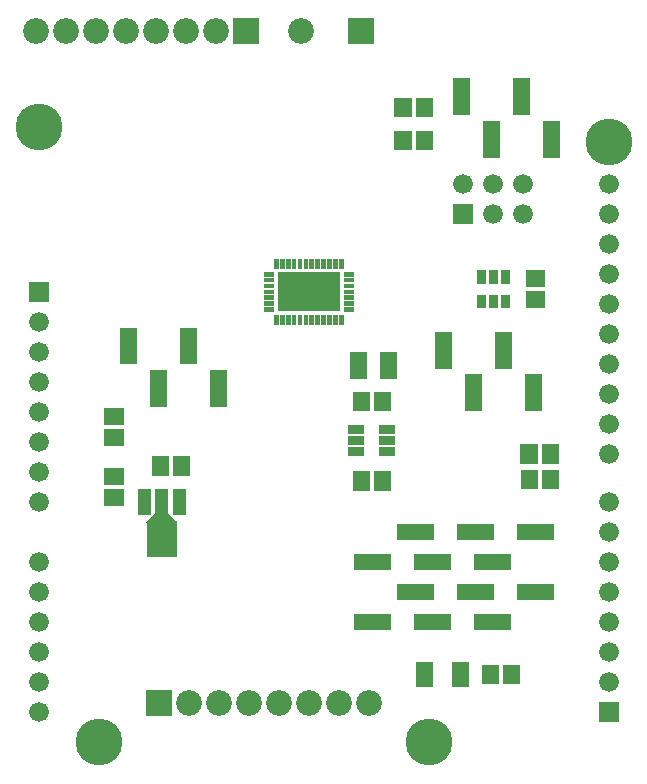
<source format=gbr>
G04 start of page 6 for group -4063 idx -4063 *
G04 Title: (unknown), componentmask *
G04 Creator: pcb 20110918 *
G04 CreationDate: Tue 04 Nov 2014 07:01:43 PM GMT UTC *
G04 For: railfan *
G04 Format: Gerber/RS-274X *
G04 PCB-Dimensions: 210000 270000 *
G04 PCB-Coordinate-Origin: lower left *
%MOIN*%
%FSLAX25Y25*%
%LNTOPMASK*%
%ADD62R,0.0304X0.0304*%
%ADD61R,0.0550X0.0550*%
%ADD60R,0.1300X0.1300*%
%ADD59R,0.0158X0.0158*%
%ADD58R,0.0300X0.0300*%
%ADD57R,0.1005X0.1005*%
%ADD56R,0.0438X0.0438*%
%ADD55R,0.0560X0.0560*%
%ADD54R,0.0572X0.0572*%
%ADD53C,0.0860*%
%ADD52C,0.1560*%
%ADD51C,0.0660*%
%ADD50C,0.0001*%
G54D50*G36*
X196700Y23300D02*Y16700D01*
X203300D01*
Y23300D01*
X196700D01*
G37*
G54D51*X200000Y30000D03*
Y40000D03*
Y50000D03*
Y60000D03*
Y70000D03*
G54D52*X140000Y10000D03*
G54D51*X10000Y130000D03*
Y120000D03*
Y110000D03*
Y100000D03*
G54D50*G36*
X6700Y163300D02*Y156700D01*
X13300D01*
Y163300D01*
X6700D01*
G37*
G54D51*X10000Y150000D03*
Y140000D03*
G54D52*Y215000D03*
G54D50*G36*
X74700Y251300D02*Y242700D01*
X83300D01*
Y251300D01*
X74700D01*
G37*
G36*
X113200D02*Y242700D01*
X121800D01*
Y251300D01*
X113200D01*
G37*
G54D53*X97500Y247000D03*
X69000D03*
X59000D03*
X49000D03*
X39000D03*
X29000D03*
X19000D03*
X9000D03*
G54D51*X200000Y80000D03*
Y90000D03*
Y106000D03*
Y116000D03*
Y126000D03*
Y136000D03*
Y146000D03*
Y156000D03*
Y166000D03*
Y176000D03*
Y186000D03*
Y196000D03*
G54D52*Y210000D03*
G54D50*G36*
X148200Y189300D02*Y182700D01*
X154800D01*
Y189300D01*
X148200D01*
G37*
G54D51*X161500Y186000D03*
X171500D03*
X151500Y196000D03*
X161500D03*
X171500D03*
X10000Y90000D03*
Y70000D03*
Y60000D03*
Y50000D03*
Y40000D03*
Y30000D03*
Y20000D03*
G54D52*X30000Y10000D03*
G54D50*G36*
X45700Y27300D02*Y18700D01*
X54300D01*
Y27300D01*
X45700D01*
G37*
G54D53*X60000Y23000D03*
X70000D03*
X80000D03*
X90000D03*
X100000D03*
X110000D03*
X120000D03*
G54D54*X57543Y102393D02*Y101607D01*
G54D55*X60000Y145327D02*Y138674D01*
X70000Y131154D02*Y124501D01*
G54D54*X50457Y102393D02*Y101607D01*
G54D56*X51000Y91989D02*Y80179D01*
G54D57*Y78445D02*Y76555D01*
G54D50*G36*
X52885Y86434D02*X56149Y83170D01*
X54305Y81326D01*
X51041Y84590D01*
X52885Y86434D01*
G37*
G36*
X45851Y83170D02*X49115Y86434D01*
X50959Y84590D01*
X47695Y81326D01*
X45851Y83170D01*
G37*
G54D56*X45094Y91989D02*Y87895D01*
G54D54*X34607Y98543D02*X35393D01*
X34607Y91457D02*X35393D01*
G54D56*X56906Y91989D02*Y87895D01*
G54D54*X34607Y111414D02*X35393D01*
X34607Y118500D02*X35393D01*
G54D55*X40000Y145327D02*Y138674D01*
X50000Y131154D02*Y124501D01*
G54D54*X138457Y221893D02*Y221107D01*
G54D55*X171000Y228413D02*Y221760D01*
X151000Y228413D02*Y221760D01*
G54D54*X131371Y221893D02*Y221107D01*
X138500Y210893D02*Y210107D01*
G54D55*X181000Y214240D02*Y207587D01*
X161000Y214240D02*Y207587D01*
G54D54*X131414Y210893D02*Y210107D01*
X160457Y32893D02*Y32107D01*
X138690Y33681D02*Y31319D01*
X150500Y33681D02*Y31319D01*
X167543Y32893D02*Y32107D01*
X173457Y97893D02*Y97107D01*
X180543Y97893D02*Y97107D01*
X173414Y106393D02*Y105607D01*
X180500Y106393D02*Y105607D01*
G54D55*X172174Y80000D02*X178827D01*
X152174D02*X158827D01*
X132174D02*X138827D01*
X158001Y70000D02*X164654D01*
X138001D02*X144654D01*
X172174Y60000D02*X178827D01*
X152174D02*X158827D01*
X132174D02*X138827D01*
X158001Y50000D02*X164654D01*
X138001D02*X144654D01*
G54D58*X165500Y165800D02*Y164200D01*
X161600Y165800D02*Y164200D01*
X157700Y165800D02*Y164200D01*
Y157600D02*Y156000D01*
X161600Y157600D02*Y156000D01*
X165500Y157600D02*Y156000D01*
G54D54*X175107Y157457D02*X175893D01*
X175107Y164543D02*X175893D01*
G54D55*X175000Y129740D02*Y123087D01*
X165000Y143913D02*Y137260D01*
X155000Y129740D02*Y123087D01*
X145000Y143913D02*Y137260D01*
G54D59*X110827Y170335D02*Y168563D01*
X108858Y170335D02*Y168563D01*
X106890Y170335D02*Y168563D01*
X104921Y170335D02*Y168563D01*
X112500Y165906D02*X114272D01*
X102953Y170335D02*Y168563D01*
X100984Y170335D02*Y168563D01*
X99016Y170335D02*Y168563D01*
X97047Y170335D02*Y168563D01*
X95079Y170335D02*Y168563D01*
X93110Y170335D02*Y168563D01*
X91142Y170335D02*Y168563D01*
X89173Y170335D02*Y168563D01*
X85728Y165906D02*X87500D01*
X85728Y163937D02*X87500D01*
X85728Y161969D02*X87500D01*
X85728Y160000D02*X87500D01*
X85728Y158031D02*X87500D01*
X85728Y156063D02*X87500D01*
X85728Y154094D02*X87500D01*
X89173Y151437D02*Y149665D01*
X91142Y151437D02*Y149665D01*
X93110Y151437D02*Y149665D01*
X95079Y151437D02*Y149665D01*
X97047Y151437D02*Y149665D01*
X99016Y151437D02*Y149665D01*
X100984Y151437D02*Y149665D01*
X102953Y151437D02*Y149665D01*
X104921Y151437D02*Y149665D01*
X106890Y151437D02*Y149665D01*
X108858Y151437D02*Y149665D01*
X110827Y151437D02*Y149665D01*
X112500Y154094D02*X114272D01*
X112500Y156063D02*X114272D01*
X112500Y158031D02*X114272D01*
X112500Y160000D02*X114272D01*
X112500Y161969D02*X114272D01*
X112500Y163937D02*X114272D01*
G54D60*X96062Y160000D02*X103938D01*
X97500D02*X102500D01*
G54D61*X116500Y137300D02*Y133700D01*
X126500Y137300D02*Y133700D01*
G54D54*X117457Y123893D02*Y123107D01*
X124543Y123893D02*Y123107D01*
G54D62*X124976Y106760D02*X127339D01*
X124976Y110500D02*X127339D01*
X124976Y114240D02*X127339D01*
X114661D02*X117024D01*
X114661Y110500D02*X117024D01*
X114661Y106760D02*X117024D01*
G54D54*X117457Y97393D02*Y96607D01*
X124543Y97393D02*Y96607D01*
G54D55*X118001Y70000D02*X124654D01*
X118001Y50000D02*X124654D01*
M02*

</source>
